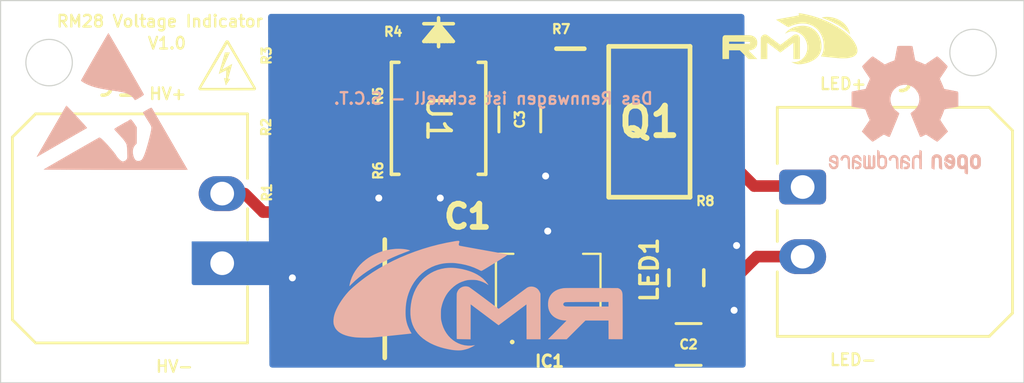
<source format=kicad_pcb>
(kicad_pcb (version 20240108) (generator "pcbnew") (generator_version "8.0")
  (title_block (title "Hight Voltage Indicator PCB") (date "2024-09-22") (rev "1") (company "RPI") (comment 1 "Gavin Silaika"))
  (layers (0 "F.Cu" signal) (31 "B.Cu" signal) (34 "B.Paste" user) (35 "F.Paste" user) (36 "B.SilkS" user "B.Silkscreen") (37 "F.SilkS" user "F.Silkscreen") (38 "B.Mask" user) (39 "F.Mask" user) (44 "Edge.Cuts" user))
  (net 0 "")
  (net 1 "/+HV")
  (net 2 "GND")
  (net 3 "Net-(IC1-VOUT)")
  (net 4 "Net-(Q1-C_2)")
  (net 5 "Net-(R1-Pad2)")
  (net 6 "Net-(R2-Pad2)")
  (net 7 "Net-(R3-Pad2)")
  (net 8 "Net-(R5-Pad2)")
  (net 9 "Net-(Q1-B)")
  (net 11 "Net-(U1-CATHODE)")
  (net 12 "Net-(LED1-Pad2)")
  (footprint "KTR03EZPF1002:RESC1608X55N" (layer "F.Cu") (at 116.607708 56.858903)
    (property "Reference" "R7" (at 1.946763 -0.447307 0) (layer "F.SilkS") (effects (font (size 0.393701 0.393701) (thickness 0.098425))))
    (property "Value" "10kΩ")
    (pad "1" smd rect (at -0.78 0) (size 0.87 0.93) (layers "F.Cu" "F.Paste" "F.Mask") (net 11 "Net-(U1-CATHODE)"))
    (pad "2" smd rect (at 0.78 0) (size 0.87 0.93) (layers "F.Cu" "F.Paste" "F.Mask") (net 9 "Net-(Q1-B)"))
  )
  (footprint "KTR03EZPF2403:RESC1608X55N" (layer "F.Cu") (at 106.912291 60.42887 90)
    (property "Reference" "R2" (at -0.21 -1.05 90) (layer "F.SilkS") (effects (font (size 0.393701 0.393701) (thickness 0.098425))))
    (property "Value" "240kΩ")
    (pad "1" smd rect (at -0.78 0 90) (size 0.87 0.93) (layers "F.Cu" "F.Paste" "F.Mask") (net 5 "Net-(R1-Pad2)"))
    (pad "2" smd rect (at 0.78 0 90) (size 0.87 0.93) (layers "F.Cu" "F.Paste" "F.Mask") (net 6 "Net-(R2-Pad2)"))
  )
  (footprint "NCP785AH120T1G:MC78L05ACHX_1" (layer "F.Cu") (at 118 68.595)
    (property "Reference" "IC1" (at 0.057046 2.129929 0) (layer "F.SilkS") (effects (font (size 0.5 0.5) (thickness 0.125))))
    (property "Value" "NCP785AH120T1G" (hide yes))
    (pad "1" smd rect (at -1.5 0.275) (size 0.5 1.57) (layers "F.Cu" "F.Paste" "F.Mask") (net 1 "/+HV"))
    (pad "2" smd rect (at 0 0.63) (size 0.75 1.3) (layers "F.Cu" "F.Paste" "F.Mask") (net 2 "GND"))
    (pad "3" smd rect (at 1.5 0.275) (size 0.5 1.57) (layers "F.Cu" "F.Paste" "F.Mask") (net 3 "Net-(IC1-VOUT)"))
    (pad "4" smd roundrect (at 0 -1.595) (size 2.2 3.59) (layers "F.Cu" "F.Paste" "F.Mask") (roundrect_rratio 0) (chamfer_ratio 0.36) (chamfer bottom_left bottom_right) (net 2 "GND"))
  )
  (footprint "Connector_Molex:Molex_Micro-Fit_3.0_43650-0200_1x02_P3.00mm_Horizontal" (layer "F.Cu") (at 103.968964 66.5 90)
    (property "Reference" "J1" (at 7.697129 -4.454157 180) (layer "F.SilkS"))
    (property "Value" "Molex_Micro-Fit_3.0_43650-0200_1x02_P3.00mm_Horizontal" (hide yes))
    (pad "" np_thru_hole circle (at 1.5 -4.32 90) (size 3 3) (drill 3) (layers "*.Cu" "*.Mask"))
    (pad "1" thru_hole roundrect (at 0 0 90) (size 1.5 2.02) (drill 1.02) (layers "*.Cu" "*.Mask") (roundrect_rratio 0.166667) (net 2 "GND"))
    (pad "2" thru_hole oval (at 3 0 90) (size 1.5 2.02) (drill 1.02) (layers "*.Cu" "*.Mask") (net 1 "/+HV"))
  )
  (footprint "CL31A226KAHNNNE:CAPC3216X180N" (layer "F.Cu") (at 116.777392 60.302783 -90)
    (property "Reference" "C3" (at 0 0 90) (layer "F.SilkS") (effects (font (size 0.393701 0.393701) (thickness 0.098425))))
    (property "Value" "22μf")
    (pad "1" smd rect (at -1.46 0 270) (size 1.2 1.82) (layers "F.Cu" "F.Paste" "F.Mask") (net 11 "Net-(U1-CATHODE)"))
    (pad "2" smd rect (at 1.46 0 270) (size 1.2 1.82) (layers "F.Cu" "F.Paste" "F.Mask") (net 2 "GND"))
  )
  (footprint "KR355WD7LP225MV01L:CAPC6153X670N" (layer "F.Cu") (at 110.966047 68.030574 180)
    (property "Reference" "C1" (at -3.566526 3.544905 0) (layer "F.SilkS") (effects (font (thickness 0.25))))
    (property "Value" "2.2μf" (hide yes))
    (pad "1" smd rect (at -2.53 0 180) (size 1.86 5.52) (layers "F.Cu" "F.Paste" "F.Mask") (net 1 "/+HV"))
    (pad "2" smd rect (at 2.53 0 180) (size 1.86 5.52) (layers "F.Cu" "F.Paste" "F.Mask") (net 2 "GND"))
  )
  (footprint "Connector_Molex:Molex_Micro-Fit_3.0_43650-0200_1x02_P3.00mm_Horizontal" (layer "F.Cu") (at 128.949188 63.21705 -90)
    (property "Reference" "J2" (at -4.614791 -4.927511 0) (layer "F.SilkS"))
    (property "Value" "Molex_Micro-Fit_3.0_43650-0200_1x02_P3.00mm_Horizontal" (hide yes))
    (pad "" np_thru_hole circle (at 1.5 -4.32 270) (size 3 3) (drill 3) (layers "*.Cu" "*.Mask"))
    (pad "1" thru_hole roundrect (at 0 0 270) (size 1.5 2.02) (drill 1.02) (layers "*.Cu" "*.Mask") (roundrect_rratio 0.166667) (net 4 "Net-(Q1-C_2)"))
    (pad "2" thru_hole oval (at 3 0 270) (size 1.5 2.02) (drill 1.02) (layers "*.Cu" "*.Mask") (net 3 "Net-(IC1-VOUT)"))
  )
  (footprint "CMD17_21VRD_TR8:LED0805N_CML" (layer "F.Cu") (at 123.945015 67.126362 90)
    (property "Reference" "LED1" (at 0.342313 -1.591949 90) (layer "F.SilkS") (effects (font (size 0.75 0.75))))
    (property "Value" "CMD17-21VRD/TR8" (hide yes))
    (pad "1" smd rect (at -1.0033 0 90) (size 0.7112 1.2446) (layers "F.Cu" "F.Paste" "F.Mask") (net 3 "Net-(IC1-VOUT)"))
    (pad "2" smd rect (at 1.0033 0 90) (size 0.7112 1.2446) (layers "F.Cu" "F.Paste" "F.Mask") (net 12 "Net-(LED1-Pad2)"))
  )
  (footprint "KTR03EZPF1001:RESC1608X55N" (layer "F.Cu") (at 109.631629 62.72 -90)
    (property "Reference" "R6" (at -0.21 -1.05 90) (layer "F.SilkS") (effects (font (size 0.393701 0.393701) (thickness 0.098425))))
    (property "Value" "1kΩ")
    (pad "1" smd rect (at -0.78 0 270) (size 0.87 0.93) (layers "F.Cu" "F.Paste" "F.Mask") (net 8 "Net-(R5-Pad2)"))
    (pad "2" smd rect (at 0.78 0 270) (size 0.87 0.93) (layers "F.Cu" "F.Paste" "F.Mask") (net 2 "GND"))
  )
  (footprint "SBCP56-16T1G:SOT230P700X175-4N" (layer "F.Cu") (at 122.353699 60.405307)
    (property "Reference" "Q1" (at 0 0 0) (layer "F.SilkS") (effects (font (size 1.27 1.27) (thickness 0.254))))
    (property "Value" "SBCP56-16T1G" (hide yes))
    (pad "1" smd rect (at -3.4 -2.3 90) (size 1 1.2) (layers "F.Cu" "F.Paste" "F.Mask") (net 9 "Net-(Q1-B)"))
    (pad "2" smd rect (at -3.4 0 90) (size 1 1.2) (layers "F.Cu" "F.Paste" "F.Mask"))
    (pad "3" smd rect (at -3.4 2.3 90) (size 1 1.2) (layers "F.Cu" "F.Paste" "F.Mask") (net 2 "GND"))
    (pad "4" smd rect (at 3.4 0) (size 1.2 3.3) (layers "F.Cu" "F.Paste" "F.Mask") (net 4 "Net-(Q1-C_2)"))
  )
  (footprint "CL31A226KAHNNNE:CAPC3216X180N" (layer "F.Cu") (at 124.04 70)
    (property "Reference" "C2" (at 0 0 0) (layer "F.SilkS") (effects (font (size 0.393701 0.393701) (thickness 0.098425))))
    (property "Value" "22μf")
    (pad "1" smd rect (at -1.46 0) (size 1.2 1.82) (layers "F.Cu" "F.Paste" "F.Mask") (net 3 "Net-(IC1-VOUT)"))
    (pad "2" smd rect (at 1.46 0) (size 1.2 1.82) (layers "F.Cu" "F.Paste" "F.Mask") (net 2 "GND"))
  )
  (footprint "KTR03EZPF2403:RESC1608X55N" (layer "F.Cu") (at 109.373264 56.67225)
    (property "Reference" "R4" (at 1.954813 -0.144367 0) (layer "F.SilkS") (effects (font (size 0.393701 0.393701) (thickness 0.098425))))
    (property "Value" "240kΩ")
    (pad "1" smd rect (at -0.78 0) (size 0.87 0.93) (layers "F.Cu" "F.Paste" "F.Mask") (net 7 "Net-(R3-Pad2)"))
    (pad "2" smd rect (at 0.78 0) (size 0.87 0.93) (layers "F.Cu" "F.Paste" "F.Mask") (net 11 "Net-(U1-CATHODE)"))
  )
  (footprint "KTR03EZPF2403:RESC1608X55N" (layer "F.Cu") (at 106.906245 63.455299 90)
    (property "Reference" "R1" (at 0.003508 -1.010261 90) (layer "F.SilkS") (effects (font (size 0.393701 0.393701) (thickness 0.098425))))
    (property "Value" "240kΩ")
    (pad "1" smd rect (at -0.78 0 90) (size 0.87 0.93) (layers "F.Cu" "F.Paste" "F.Mask") (net 1 "/+HV"))
    (pad "2" smd rect (at 0.78 0 90) (size 0.87 0.93) (layers "F.Cu" "F.Paste" "F.Mask") (net 5 "Net-(R1-Pad2)"))
  )
  (footprint "KTR03EZPF2403:RESC1608X55N" (layer "F.Cu") (at 106.900979 57.363238 90)
    (property "Reference" "R3" (at -0.191313 -1.021607 90) (layer "F.SilkS") (effects (font (size 0.393701 0.393701) (thickness 0.098425))))
    (property "Value" "240kΩ")
    (pad "1" smd rect (at -0.78 0 90) (size 0.87 0.93) (layers "F.Cu" "F.Paste" "F.Mask") (net 6 "Net-(R2-Pad2)"))
    (pad "2" smd rect (at 0.78 0 90) (size 0.87 0.93) (layers "F.Cu" "F.Paste" "F.Mask") (net 7 "Net-(R3-Pad2)"))
  )
  (footprint "KTR03EZPF1001:RESC1608X55N" (layer "F.Cu") (at 124.959435 64.740392)
    (property "Reference" "R8" (at -0.199611 -0.917553 180) (layer "F.SilkS") (effects (font (size 0.393701 0.393701) (thickness 0.098425))))
    (property "Value" "1kΩ")
    (pad "1" smd rect (at -0.78 0) (size 0.87 0.93) (layers "F.Cu" "F.Paste" "F.Mask") (net 12 "Net-(LED1-Pad2)"))
    (pad "2" smd rect (at 0.78 0) (size 0.87 0.93) (layers "F.Cu" "F.Paste" "F.Mask") (net 2 "GND"))
  )
  (footprint "RM:RM_logo_medium" (layer "F.Cu") (at 128.63214 57.026026)
    (property "Reference" "G***" (hide yes))
    (property "Value" "LOGO" (hide yes))
  )
  (footprint "RM:HV_Triangle" (layer "F.Cu") (at 104.18619 57.971766)
    (property "Reference" "G***" (hide yes))
    (property "Value" "LOGO" (hide yes))
  )
  (footprint "1SMB5927BT3G:SMB_ONS" (layer "F.Cu") (at 113.281893 60.256067 -90)
    (property "Reference" "U1" (at 0 0 -90) (layer "F.SilkS"))
    (property "Value" "1SMB5927BT3G" (hide yes))
    (pad "1" smd rect (at -1.6764 0 270) (size 2.159 2.7432) (layers "F.Cu" "F.Paste" "F.Mask") (net 11 "Net-(U1-CATHODE)"))
    (pad "2" smd rect (at 1.6764 0 270) (size 2.159 2.7432) (layers "F.Cu" "F.Paste" "F.Mask") (net 2 "GND"))
  )
  (footprint "KTR03EZPF2002:RESC1608X55N" (layer "F.Cu") (at 109.627242 59.50598 -90)
    (property "Reference" "R5" (at -0.21 -1.05 90) (layer "F.SilkS") (effects (font (size 0.393701 0.393701) (thickness 0.098425))))
    (property "Value" "20kΩ")
    (pad "1" smd rect (at -0.78 0 270) (size 0.87 0.93) (layers "F.Cu" "F.Paste" "F.Mask") (net 11 "Net-(U1-CATHODE)"))
    (pad "2" smd rect (at 0.78 0 270) (size 0.87 0.93) (layers "F.Cu" "F.Paste" "F.Mask") (net 8 "Net-(R5-Pad2)"))
  )
  (footprint "RM:RM_logo" (layer "B.Cu") (at 114.488586 68.325143 180)
    (property "Reference" "G***" (hide yes))
    (property "Value" "LOGO" (hide yes))
  )
  (footprint "Symbol:OSHW-Logo2_7.3x6mm_SilkScreen" (layer "B.Cu") (at 133.350828 59.894729 180)
    (property "Reference" "REF**" (hide yes))
    (property "Value" "OSHW-Logo2_7.3x6mm_SilkScreen" (hide yes))
  )
  (footprint "Symbol:ESD-Logo_6.6x6mm_SilkScreen" (layer "B.Cu") (at 99.227641 59.514721 180)
    (property "Reference" "REF**" (hide yes))
    (property "Value" "ESD-Logo_6.6x6mm_SilkScreen" (hide yes))
  )
  (gr_rect (start 116.002238 64.423103) (end 119.955881 65.807432) (stroke (width 0.2)) (fill solid) (layer "F.Cu") (net 2))
  (gr_rect (start 102.756864 65.66099) (end 107.248216 67.34438) (stroke (width 0.2)) (fill solid) (layer "B.Cu") (net 2))
  (gr_circle (center 96.52 57.854073) (end 97.52 57.854073) (stroke (width 0.05)) (fill none) (layer "Edge.Cuts"))
  (gr_circle (center 136.284038 57.42) (end 137.284038 57.42) (stroke (width 0.05)) (fill none) (layer "Edge.Cuts"))
  (gr_rect (start 94.431929 55.182279) (end 138.472379 71.651596) (stroke (width 0.05)) (fill none) (layer "Edge.Cuts"))
  (gr_text "Das Rennwagen ist schnell - S.C.T." (at 122.562213 59.69594 0) (layer "B.SilkS") (effects (font (size 0.5 0.5) (thickness 0.1)) (justify left bottom mirror)))
  (gr_text "V1.0" (at 100.718476 57.312614 0) (layer "F.SilkS") (effects (font (size 0.5 0.5) (thickness 0.1) (bold yes)) (justify left bottom)))
  (gr_text "LED+" (at 129.635198 59.0608 0) (layer "F.SilkS") (effects (font (size 0.5 0.5) (thickness 0.1) (bold yes)) (justify left bottom)))
  (gr_text "RM28 Voltage Indicator" (at 96.792222 56.366874 0) (layer "F.SilkS") (effects (font (size 0.5 0.5) (thickness 0.1) (bold yes)) (justify left bottom)))
  (gr_text "HV-" (at 101.062382 71.240787 0) (layer "F.SilkS") (effects (font (size 0.5 0.5) (thickness 0.1) (bold yes)) (justify left bottom)))
  (gr_text "LED-\n" (at 130.06508 70.954199 0) (layer "F.SilkS") (effects (font (size 0.5 0.5) (thickness 0.1) (bold yes)) (justify left bottom)))
  (gr_text "HV+" (at 100.775794 59.490682 0) (layer "F.SilkS") (effects (font (size 0.5 0.5) (thickness 0.1) (bold yes)) (justify left bottom)))
  (segment (start 106.906245 64.235299) (end 107.160299 64.235299) (width 0.25) (layer "F.Cu") (net 1))
  (segment (start 113.496047 65.496047) (end 113.496047 68.030574) (width 0.25) (layer "F.Cu") (net 1))
  (segment (start 116.5 68.87) (end 114.335473 68.87) (width 0.5) (layer "F.Cu") (net 1))
  (segment (start 112.715326 64.715326) (end 113.496047 65.496047) (width 0.5) (layer "F.Cu") (net 1))
  (segment (start 105.733093 64.295697) (end 106.845847 64.295697) (width 0.5) (layer "F.Cu") (net 1))
  (segment (start 103.968964 63.5) (end 104.937396 63.5) (width 0.25) (layer "F.Cu") (net 1))
  (segment (start 114.335473 68.87) (end 113.496047 68.030574) (width 0.25) (layer "F.Cu") (net 1))
  (segment (start 107.640326 64.715326) (end 112.715326 64.715326) (width 0.5) (layer "F.Cu") (net 1))
  (segment (start 106.845847 64.295697) (end 106.906245 64.235299) (width 0.25) (layer "F.Cu") (net 1))
  (segment (start 107.160299 64.235299) (end 107.640326 64.715326) (width 0.5) (layer "F.Cu") (net 1))
  (segment (start 104.937396 63.5) (end 105.733093 64.295697) (width 0.5) (layer "F.Cu") (net 1))
  (segment (start 116.909043 61.762783) (end 116.777392 61.762783) (width 0.25) (layer "F.Cu") (net 2))
  (segment (start 109.631629 63.5) (end 110.516037 63.5) (width 0.5) (layer "F.Cu") (net 2))
  (segment (start 118 67) (end 118 69.225) (width 0.25) (layer "F.Cu") (net 2))
  (segment (start 107.889791 68.030574) (end 106.990156 67.130939) (width 0.5) (layer "F.Cu") (net 2))
  (segment (start 125.818183 64.556124) (end 126.106473 64.844414) (width 0.25) (layer "F.Cu") (net 2))
  (segment (start 113.281893 61.932467) (end 113.281893 63.618779) (width 0.5) (layer "F.Cu") (net 2))
  (segment (start 110.516037 63.5) (end 110.707956 63.691919) (width 0.5) (layer "F.Cu") (net 2))
  (segment (start 126 68.528316) (end 126 69.5) (width 0.25) (layer "F.Cu") (net 2))
  (segment (start 126.106473 64.844414) (end 126.106473 65.737285) (width 0.25) (layer "F.Cu") (net 2))
  (segment (start 126 69.5) (end 125.5 70) (width 0.25) (layer "F.Cu") (net 2))
  (segment (start 113.281893 63.618779) (end 113.355033 63.691919) (width 0.25) (layer "F.Cu") (net 2))
  (segment (start 117.887946 62.741686) (end 117.924325 62.705307) (width 0.25) (layer "F.Cu") (net 2))
  (segment (start 117.924325 62.705307) (end 118.953699 62.705307) (width 0.5) (layer "F.Cu") (net 2))
  (segment (start 108.436047 68.030574) (end 107.889791 68.030574) (width 0.25) (layer "F.Cu") (net 2))
  (segment (start 117.887946 62.741686) (end 116.909043 61.762783) (width 0.5) (layer "F.Cu") (net 2))
  (via (at 126.106473 65.737285) (size 0.6) (drill 0.3) (layers "F.Cu" "B.Cu") (net 2))
  (via (at 110.707956 63.691919) (size 0.6) (drill 0.3) (layers "F.Cu" "B.Cu") (net 2))
  (via (at 117.979059 65.115267) (size 0.6) (drill 0.3) (layers "F.Cu" "B.Cu") (net 2))
  (via (at 126 68.528316) (size 0.6) (drill 0.3) (layers "F.Cu" "B.Cu") (net 2))
  (via (at 117.887946 62.741686) (size 0.6) (drill 0.3) (layers "F.Cu" "B.Cu") (net 2))
  (via (at 106.990156 67.130939) (size 0.6) (drill 0.3) (layers "F.Cu" "B.Cu") (net 2))
  (via (at 113.355033 63.691919) (size 0.6) (drill 0.3) (layers "F.Cu" "B.Cu") (net 2))
  (segment (start 123.945015 68.129662) (end 123.086665 68.129662) (width 0.5) (layer "F.Cu") (net 3))
  (segment (start 122.58 69.24) (end 122.58 70) (width 0.25) (layer "F.Cu") (net 3))
  (segment (start 119.5 68.87) (end 119.87 68.87) (width 0.5) (layer "F.Cu") (net 3))
  (segment (start 125.063184 68.129662) (end 126.978416 66.21443) (width 0.5) (layer "F.Cu") (net 3))
  (segment (start 121 70) (end 122.58 70) (width 0.5) (layer "F.Cu") (net 3))
  (segment (start 123.08 69.92) (end 123 69.84) (width 0.25) (layer "F.Cu") (net 3))
  (segment (start 126.978416 66.21443) (end 128.544953 66.21443) (width 0.5) (layer "F.Cu") (net 3))
  (segment (start 123.08 70) (end 123.08 69.92) (width 0.25) (layer "F.Cu") (net 3))
  (segment (start 123.945015 67.993071) (end 124.03477 67.903316) (width 0.25) (layer "F.Cu") (net 3))
  (segment (start 122.58 68.636327) (end 122.58 70) (width 0.5) (layer "F.Cu") (net 3))
  (segment (start 123.086665 68.129662) (end 122.58 68.636327) (width 0.5) (layer "F.Cu") (net 3))
  (segment (start 123.945015 68.129662) (end 125.063184 68.129662) (width 0.5) (layer "F.Cu") (net 3))
  (segment (start 119.87 68.87) (end 121 70) (width 0.5) (layer "F.Cu") (net 3))
  (segment (start 123.945015 68.129662) (end 123.945015 67.993071) (width 0.25) (layer "F.Cu") (net 3))
  (segment (start 122.58 70) (end 122.535618 69.955618) (width 0.25) (layer "F.Cu") (net 3))
  (segment (start 125.753699 60.405307) (end 125.753699 62.063319) (width 0.5) (layer "F.Cu") (net 4))
  (segment (start 125.753699 62.063319) (end 126.86538 63.175) (width 0.5) (layer "F.Cu") (net 4))
  (segment (start 128.505523 63.175) (end 128.544953 63.21443) (width 0.25) (layer "F.Cu") (net 4))
  (segment (start 126.86538 63.175) (end 128.505523 63.175) (width 0.5) (layer "F.Cu") (net 4))
  (segment (start 106.906245 61.214916) (end 106.912291 61.20887) (width 0.25) (layer "F.Cu") (net 5))
  (segment (start 106.906245 62.675299) (end 106.906245 61.214916) (width 0.5) (layer "F.Cu") (net 5))
  (segment (start 106.912291 59.64887) (end 106.912291 58.15455) (width 0.5) (layer "F.Cu") (net 6))
  (segment (start 106.912291 58.15455) (end 106.900979 58.143238) (width 0.25) (layer "F.Cu") (net 6))
  (segment (start 108.504252 56.583238) (end 108.593264 56.67225) (width 0.25) (layer "F.Cu") (net 7))
  (segment (start 106.900979 56.583238) (end 108.504252 56.583238) (width 0.5) (layer "F.Cu") (net 7))
  (segment (start 109.627242 60.28598) (end 109.627242 61.935613) (width 0.5) (layer "F.Cu") (net 8))
  (segment (start 109.627242 61.935613) (end 109.631629 61.94) (width 0.25) (layer "F.Cu") (net 8))
  (segment (start 117.707295 56.858903) (end 118.953699 58.105307) (width 0.5) (layer "F.Cu") (net 9))
  (segment (start 117.387708 56.858903) (end 117.707295 56.858903) (width 0.25) (layer "F.Cu") (net 9))
  (segment (start 110.153264 56.67225) (end 110.153264 58.199958) (width 0.5) (layer "F.Cu") (net 11))
  (segment (start 110.153264 58.199958) (end 109.627242 58.72598) (width 0.5) (layer "F.Cu") (net 11))
  (segment (start 110.457355 57.895867) (end 112.598093 57.895867) (width 0.5) (layer "F.Cu") (net 11))
  (segment (start 115.827708 56.858903) (end 115.827708 57.893099) (width 0.5) (layer "F.Cu") (net 11))
  (segment (start 112.598093 57.895867) (end 113.281893 58.579667) (width 0.25) (layer "F.Cu") (net 11))
  (segment (start 115.827708 57.893099) (end 116.777392 58.842783) (width 0.5) (layer "F.Cu") (net 11))
  (segment (start 110.153264 58.199958) (end 110.457355 57.895867) (width 0.5) (layer "F.Cu") (net 11))
  (segment (start 113.281893 58.579667) (end 115.002657 56.858903) (width 0.5) (layer "F.Cu") (net 11))
  (segment (start 115.002657 56.858903) (end 115.827708 56.858903) (width 0.5) (layer "F.Cu") (net 11))
  (segment (start 123.965319 65.966167) (end 123.965319 64.784841) (width 0.25) (layer "F.Cu") (net 12))
  (segment (start 123.965319 64.784841) (end 124.164668 64.585492) (width 0.25) (layer "F.Cu") (net 12))
  (zone (net 2) (net_name "GND") (layer "B.Cu") (priority 1) (connect_pads (clearance 0.5)) (min_thickness 0.25) (fill yes (thermal_gap 0.5) (thermal_bridge_width 0.5))
    (polygon (pts (xy 126.5 71) (xy 126.443813 55.755407) (xy 105.943813 55.755407) (xy 106 71)))
  )
)
</source>
